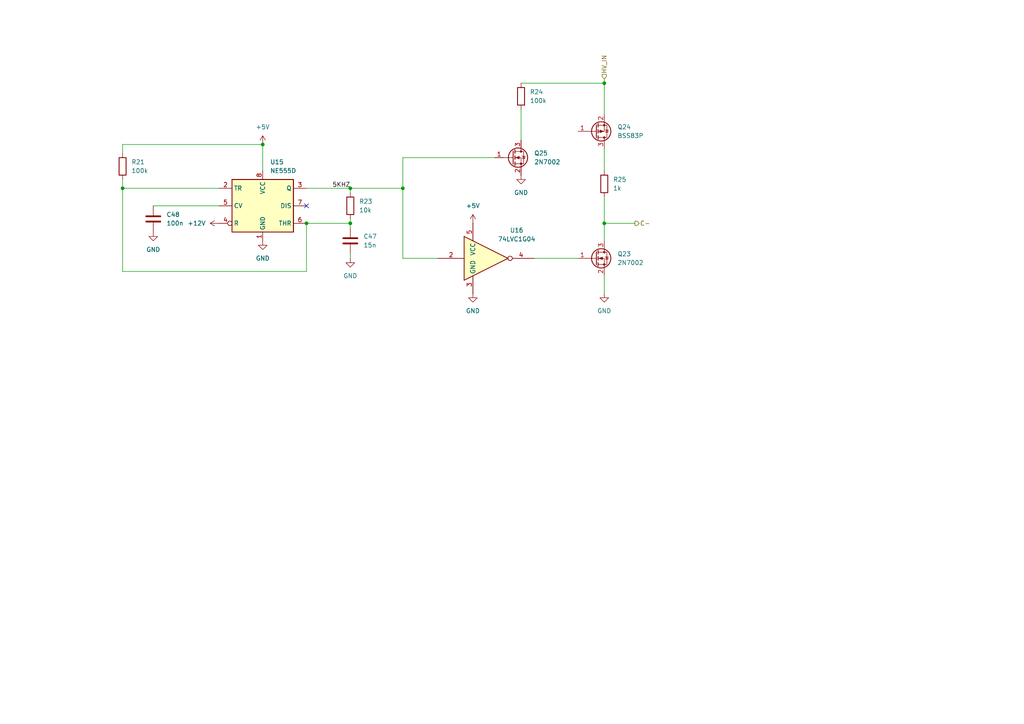
<source format=kicad_sch>
(kicad_sch (version 20250114) (generator "eeschema") (generator_version "9.0")
  (paper "A4")
  (lib_symbols
    (symbol "74xGxx:74LVC1G04"
      (property "Reference" "U" (at 0 7.62 0))
      (property "Value" "74LVC1G04" (at 5.08 -7.62 0))
      (symbol "74LVC1G04_0_1"
        (polyline (pts (xy -7.62 6.35) (xy -7.62 -6.35) (xy 5.08 0) (xy -7.62 6.35)) (stroke (width 0.254)) (fill (type background)))
      )
      (symbol "74LVC1G04_1_1"
        (pin input line (at -15.24 0 0) (length 7.62) (name "~") (number "2"))
        (pin power_in line (at -5.08 10.16 270) (length 5.08) (name "VCC") (number "5"))
        (pin power_in line (at -5.08 -10.16 90) (length 5.08) (name "GND") (number "3"))
        (pin output inverted (at 12.7 0 180) (length 7.62) (name "~") (number "4"))
      )
    )
    (symbol "Device:C" (pin_numbers (hide yes)) (pin_names (offset 0.254))
      (property "Reference" "C" (at 0.635 2.54 0))
      (property "Value" "C" (at 0.635 -2.54 0))
      (symbol "C_0_1"
        (polyline (pts (xy -2.032 0.762) (xy 2.032 0.762)) (stroke (width 0.508)))
        (polyline (pts (xy -2.032 -0.762) (xy 2.032 -0.762)) (stroke (width 0.508)))
      )
      (symbol "C_1_1"
        (pin passive line (at 0 3.81 270) (length 2.794) (name "~") (number "1"))
        (pin passive line (at 0 -3.81 90) (length 2.794) (name "~") (number "2"))
      )
    )
    (symbol "Device:R" (pin_numbers (hide yes)) (pin_names (offset 0))
      (property "Reference" "R" (at 2.032 0 90))
      (property "Value" "R" (at 0 0 90))
      (symbol "R_0_1"
        (rectangle (start -1.016 -2.54) (end 1.016 2.54) (stroke (width 0.254)))
      )
      (symbol "R_1_1"
        (pin passive line (at 0 3.81 270) (length 1.27) (name "~") (number "1"))
        (pin passive line (at 0 -3.81 90) (length 1.27) (name "~") (number "2"))
      )
    )
    (symbol "Timer:NE555D"
      (property "Reference" "U" (at -10.16 8.89 0))
      (property "Value" "NE555D" (at 2.54 8.89 0))
      (symbol "NE555D_0_0"
        (pin power_in line (at 0 10.16 270) (length 2.54) (name "VCC") (number "8"))
        (pin power_in line (at 0 -10.16 90) (length 2.54) (name "GND") (number "1"))
      )
      (symbol "NE555D_0_1"
        (rectangle (start -8.89 -7.62) (end 8.89 7.62) (stroke (width 0.254)) (fill (type background)))
        (rectangle (start -8.89 -7.62) (end 8.89 7.62) (stroke (width 0.254)) (fill (type background)))
      )
      (symbol "NE555D_1_1"
        (pin input line (at -12.7 5.08 0) (length 3.81) (name "TR") (number "2"))
        (pin input line (at -12.7 0 0) (length 3.81) (name "CV") (number "5"))
        (pin input inverted (at -12.7 -5.08 0) (length 3.81) (name "R") (number "4"))
        (pin output line (at 12.7 5.08 180) (length 3.81) (name "Q") (number "3"))
        (pin input line (at 12.7 0 180) (length 3.81) (name "DIS") (number "7"))
        (pin input line (at 12.7 -5.08 180) (length 3.81) (name "THR") (number "6"))
      )
    )
    (symbol "Transistor_FET:2N7002" (pin_names (hide yes))
      (property "Reference" "Q" (at 5.08 1.905 0))
      (property "Value" "2N7002" (at 5.08 0 0))
      (symbol "2N7002_0_1"
        (polyline (pts (xy 0.254 1.905) (xy 0.254 -1.905)) (stroke (width 0.254)))
        (polyline (pts (xy 0.254 0) (xy -2.54 0)))
        (polyline (pts (xy 0.762 2.286) (xy 0.762 1.27)) (stroke (width 0.254)))
        (polyline (pts (xy 0.762 0.508) (xy 0.762 -0.508)) (stroke (width 0.254)))
        (polyline (pts (xy 0.762 -1.27) (xy 0.762 -2.286)) (stroke (width 0.254)))
        (polyline (pts (xy 0.762 -1.778) (xy 3.302 -1.778) (xy 3.302 1.778) (xy 0.762 1.778)))
        (polyline (pts (xy 1.016 0) (xy 2.032 0.381) (xy 2.032 -0.381) (xy 1.016 0)) (fill (type outline)))
        (circle (center 1.651 0) (radius 2.794) (stroke (width 0.254)))
        (polyline (pts (xy 2.54 2.54) (xy 2.54 1.778)))
        (circle (center 2.54 1.778) (radius 0.254) (fill (type outline)))
        (circle (center 2.54 -1.778) (radius 0.254) (fill (type outline)))
        (polyline (pts (xy 2.54 -2.54) (xy 2.54 0) (xy 0.762 0)))
        (polyline (pts (xy 2.794 0.508) (xy 2.921 0.381) (xy 3.683 0.381) (xy 3.81 0.254)))
        (polyline (pts (xy 3.302 0.381) (xy 2.921 -0.254) (xy 3.683 -0.254) (xy 3.302 0.381)))
      )
      (symbol "2N7002_1_1"
        (pin input line (at -5.08 0 0) (length 2.54) (name "G") (number "1"))
        (pin passive line (at 2.54 5.08 270) (length 2.54) (name "D") (number "3"))
        (pin passive line (at 2.54 -5.08 90) (length 2.54) (name "S") (number "2"))
      )
    )
    (symbol "Transistor_FET:BSS83P" (pin_names (hide yes))
      (property "Reference" "Q" (at 5.08 1.905 0))
      (property "Value" "BSS83P" (at 5.08 0 0))
      (symbol "BSS83P_0_1"
        (polyline (pts (xy 0.254 1.905) (xy 0.254 -1.905)) (stroke (width 0.254)))
        (polyline (pts (xy 0.254 0) (xy -2.54 0)))
        (polyline (pts (xy 0.762 2.286) (xy 0.762 1.27)) (stroke (width 0.254)))
        (polyline (pts (xy 0.762 1.778) (xy 3.302 1.778) (xy 3.302 -1.778) (xy 0.762 -1.778)))
        (polyline (pts (xy 0.762 0.508) (xy 0.762 -0.508)) (stroke (width 0.254)))
        (polyline (pts (xy 0.762 -1.27) (xy 0.762 -2.286)) (stroke (width 0.254)))
        (circle (center 1.651 0) (radius 2.794) (stroke (width 0.254)))
        (polyline (pts (xy 2.286 0) (xy 1.27 0.381) (xy 1.27 -0.381) (xy 2.286 0)) (fill (type outline)))
        (polyline (pts (xy 2.54 2.54) (xy 2.54 1.778)))
        (circle (center 2.54 1.778) (radius 0.254) (fill (type outline)))
        (circle (center 2.54 -1.778) (radius 0.254) (fill (type outline)))
        (polyline (pts (xy 2.54 -2.54) (xy 2.54 0) (xy 0.762 0)))
        (polyline (pts (xy 2.794 -0.508) (xy 2.921 -0.381) (xy 3.683 -0.381) (xy 3.81 -0.254)))
        (polyline (pts (xy 3.302 -0.381) (xy 2.921 0.254) (xy 3.683 0.254) (xy 3.302 -0.381)))
      )
      (symbol "BSS83P_1_1"
        (pin input line (at -5.08 0 0) (length 2.54) (name "G") (number "1"))
        (pin passive line (at 2.54 5.08 270) (length 2.54) (name "D") (number "3"))
        (pin passive line (at 2.54 -5.08 90) (length 2.54) (name "S") (number "2"))
      )
    )
    (symbol "power:+12V" (power) (pin_numbers (hide yes)) (pin_names (offset 0) (hide yes))
      (property "Value" "+12V" (at 0 3.556 0))
      (symbol "+12V_0_1"
        (polyline (pts (xy -0.762 1.27) (xy 0 2.54)))
        (polyline (pts (xy 0 2.54) (xy 0.762 1.27)))
        (polyline (pts (xy 0 0) (xy 0 2.54)))
      )
      (symbol "+12V_1_1"
        (pin power_in line (at 0 0 90) (length 0) (name "~") (number "1"))
      )
    )
    (symbol "power:+5V" (power) (pin_numbers (hide yes)) (pin_names (offset 0) (hide yes))
      (property "Value" "+5V" (at 0 3.556 0))
      (symbol "+5V_0_1"
        (polyline (pts (xy -0.762 1.27) (xy 0 2.54)))
        (polyline (pts (xy 0 2.54) (xy 0.762 1.27)))
        (polyline (pts (xy 0 0) (xy 0 2.54)))
      )
      (symbol "+5V_1_1"
        (pin power_in line (at 0 0 90) (length 0) (name "~") (number "1"))
      )
    )
    (symbol "power:GND" (power) (pin_numbers (hide yes)) (pin_names (offset 0) (hide yes))
      (property "Value" "GND" (at 0 -3.81 0))
      (symbol "GND_0_1"
        (polyline (pts (xy 0 0) (xy 0 -1.27) (xy 1.27 -1.27) (xy 0 -2.54) (xy -1.27 -1.27) (xy 0 -1.27)))
      )
      (symbol "GND_1_1"
        (pin power_in line (at 0 0 270) (length 0) (name "~") (number "1"))
      )
    )
  )
  (junction (at 101.6 64.77))
  (junction (at 88.9 64.77))
  (junction (at 116.84 54.61))
  (junction (at 175.26 24.13))
  (junction (at 35.56 54.61))
  (junction (at 101.6 54.61))
  (junction (at 175.26 64.77))
  (junction (at 76.2 41.91))
  (no_connect (at 88.9 59.69))
  (wire (pts (xy 154.94 74.93) (xy 167.64 74.93)))
  (wire (pts (xy 35.56 54.61) (xy 35.56 78.74)))
  (wire (pts (xy 101.6 54.61) (xy 101.6 55.88)))
  (wire (pts (xy 175.26 43.18) (xy 175.26 49.53)))
  (wire (pts (xy 76.2 41.91) (xy 76.2 49.53)))
  (wire (pts (xy 88.9 54.61) (xy 101.6 54.61)))
  (wire (pts (xy 175.26 64.77) (xy 175.26 69.85)))
  (wire (pts (xy 35.56 44.45) (xy 35.56 41.91)))
  (wire (pts (xy 116.84 45.72) (xy 116.84 54.61)))
  (wire (pts (xy 175.26 57.15) (xy 175.26 64.77)))
  (wire (pts (xy 101.6 63.5) (xy 101.6 64.77)))
  (wire (pts (xy 151.13 31.75) (xy 151.13 40.64)))
  (wire (pts (xy 101.6 54.61) (xy 116.84 54.61)))
  (wire (pts (xy 116.84 74.93) (xy 127 74.93)))
  (wire (pts (xy 175.26 64.77) (xy 184.15 64.77)))
  (wire (pts (xy 175.26 22.86) (xy 175.26 24.13)))
  (wire (pts (xy 116.84 54.61) (xy 116.84 74.93)))
  (wire (pts (xy 35.56 78.74) (xy 88.9 78.74)))
  (wire (pts (xy 151.13 24.13) (xy 175.26 24.13)))
  (wire (pts (xy 35.56 54.61) (xy 63.5 54.61)))
  (wire (pts (xy 101.6 64.77) (xy 101.6 66.04)))
  (wire (pts (xy 116.84 45.72) (xy 143.51 45.72)))
  (wire (pts (xy 101.6 64.77) (xy 88.9 64.77)))
  (wire (pts (xy 44.45 59.69) (xy 63.5 59.69)))
  (wire (pts (xy 35.56 41.91) (xy 76.2 41.91)))
  (wire (pts (xy 88.9 78.74) (xy 88.9 64.77)))
  (wire (pts (xy 175.26 24.13) (xy 175.26 33.02)))
  (wire (pts (xy 175.26 85.09) (xy 175.26 80.01)))
  (wire (pts (xy 101.6 73.66) (xy 101.6 74.93)))
  (wire (pts (xy 35.56 52.07) (xy 35.56 54.61)))
  (label "5KHZ" (at 101.6 54.61 180))
  (hierarchical_label "HV_IN" (shape input) (at 175.26 22.86 90))
  (hierarchical_label "C-" (shape output) (at 184.15 64.77 0))
  (symbol (lib_id "power:GND") (at 44.45 67.31 0) (unit 1)
    (property "Reference" "#PWR091" (effects (hide yes)))
    (property "Value" "GND" (at 44.45 72.39 0))
    (property "Description" "Power symbol creates a global label with name \"GND\" , ground" (effects (hide yes)))
  )
  (symbol (lib_id "74xGxx:74LVC1G04") (at 142.24 74.93 0) (unit 1)
    (property "Reference" "U16" (at 149.86 66.802 0))
    (property "Value" "74LVC1G04" (at 149.86 69.342 0))
    (property "Footprint" "Package_TO_SOT_SMD:SOT-353_SC-70-5" (effects (hide yes)))
    (property "Datasheet" "https://www.ti.com/lit/ds/symlink/sn74lvc1g04.pdf" (effects (hide yes)))
    (property "Description" "Single NOT Gate, Low-Voltage CMOS" (effects (hide yes)))
  )
  (symbol (lib_id "Transistor_FET:2N7002") (at 172.72 74.93 0) (unit 1)
    (property "Reference" "Q23" (at 179.07 73.6599 0) (effects (justify left)))
    (property "Value" "2N7002" (at 179.07 76.1999 0) (effects (justify left)))
    (property "Footprint" "Package_TO_SOT_SMD:SOT-23" (effects (hide yes)))
    (property "Datasheet" "https://www.onsemi.com/pub/Collateral/NDS7002A-D.PDF" (effects (hide yes)))
    (property "Description" "0.115A Id, 60V Vds, N-Channel MOSFET, SOT-23" (effects (hide yes)))
  )
  (symbol (lib_id "power:GND") (at 137.16 85.09 0) (unit 1)
    (property "Reference" "#PWR095" (effects (hide yes)))
    (property "Value" "GND" (at 137.16 90.17 0))
    (property "Description" "Power symbol creates a global label with name \"GND\" , ground" (effects (hide yes)))
  )
  (symbol (lib_id "Device:R") (at 151.13 27.94 0) (unit 1)
    (property "Reference" "R24" (at 153.67 26.6699 0) (effects (justify left)))
    (property "Value" "100k" (at 153.67 29.2099 0) (effects (justify left)))
    (property "Footprint" "Resistor_SMD:R_0603_1608Metric" (effects (hide yes)))
    (property "Description" "Resistor" (effects (hide yes)))
  )
  (symbol (lib_id "Device:R") (at 101.6 59.69 0) (unit 1)
    (property "Reference" "R23" (at 104.14 58.4199 0) (effects (justify left)))
    (property "Value" "10k" (at 104.14 60.9599 0) (effects (justify left)))
    (property "Footprint" "Resistor_SMD:R_0603_1608Metric" (effects (hide yes)))
    (property "Description" "Resistor" (effects (hide yes)))
  )
  (symbol (lib_id "Device:C") (at 44.45 63.5 0) (unit 1)
    (property "Reference" "C48" (at 48.26 62.2299 0) (effects (justify left)))
    (property "Value" "100n" (at 48.26 64.7699 0) (effects (justify left)))
    (property "Footprint" "Capacitor_SMD:C_0603_1608Metric" (effects (hide yes)))
    (property "Description" "Unpolarized capacitor" (effects (hide yes)))
  )
  (symbol (lib_id "Transistor_FET:2N7002") (at 148.59 45.72 0) (unit 1)
    (property "Reference" "Q25" (at 154.94 44.4499 0) (effects (justify left)))
    (property "Value" "2N7002" (at 154.94 46.9899 0) (effects (justify left)))
    (property "Footprint" "Package_TO_SOT_SMD:SOT-23" (effects (hide yes)))
    (property "Datasheet" "https://www.onsemi.com/pub/Collateral/NDS7002A-D.PDF" (effects (hide yes)))
    (property "Description" "0.115A Id, 60V Vds, N-Channel MOSFET, SOT-23" (effects (hide yes)))
  )
  (symbol (lib_id "power:GND") (at 175.26 85.09 0) (unit 1)
    (property "Reference" "#PWR093" (effects (hide yes)))
    (property "Value" "GND" (at 175.26 90.17 0))
    (property "Description" "Power symbol creates a global label with name \"GND\" , ground" (effects (hide yes)))
  )
  (symbol (lib_id "power:+5V") (at 137.16 64.77 0) (unit 1)
    (property "Reference" "#PWR094" (effects (hide yes)))
    (property "Value" "+5V" (at 137.16 59.69 0))
    (property "Description" "Power symbol creates a global label with name \"+5V\"" (effects (hide yes)))
  )
  (symbol (lib_id "power:+12V") (at 63.5 64.77 90) (unit 1)
    (property "Reference" "#PWR090" (effects (hide yes)))
    (property "Value" "+12V" (at 59.69 64.7699 90) (effects (justify left)))
    (property "Description" "Power symbol creates a global label with name \"+12V\"" (effects (hide yes)))
  )
  (symbol (lib_id "power:+5V") (at 76.2 41.91 0) (unit 1)
    (property "Reference" "#PWR088" (effects (hide yes)))
    (property "Value" "+5V" (at 76.2 36.83 0))
    (property "Description" "Power symbol creates a global label with name \"+5V\"" (effects (hide yes)))
  )
  (symbol (lib_id "Transistor_FET:BSS83P") (at 172.72 38.1 0) (mirror x) (unit 1)
    (property "Reference" "Q24" (at 179.07 36.8299 0) (effects (justify left)))
    (property "Value" "BSS83P" (at 179.07 39.3699 0) (effects (justify left)))
    (property "Footprint" "Package_TO_SOT_SMD:SOT-23" (effects (hide yes)))
    (property "Datasheet" "http://www.farnell.com/datasheets/1835997.pdf" (effects (hide yes)))
    (property "Description" "-0.33A Id, -60V Vds, P-Channel MOSFET, SOT-23" (effects (hide yes)))
  )
  (symbol (lib_id "Timer:NE555D") (at 76.2 59.69 0) (unit 1)
    (property "Reference" "U15" (at 78.3433 46.99 0) (effects (justify left)))
    (property "Value" "NE555D" (at 78.3433 49.53 0) (effects (justify left)))
    (property "Footprint" "Package_SO:SOIC-8_3.9x4.9mm_P1.27mm" (effects (hide yes)))
    (property "Datasheet" "http://www.ti.com/lit/ds/symlink/ne555.pdf" (effects (hide yes)))
    (property "Description" "Precision Timers, 555 compatible, SOIC-8" (effects (hide yes)))
  )
  (symbol (lib_id "Device:R") (at 35.56 48.26 0) (unit 1)
    (property "Reference" "R21" (at 38.1 46.9899 0) (effects (justify left)))
    (property "Value" "100k" (at 38.1 49.5299 0) (effects (justify left)))
    (property "Footprint" "Resistor_SMD:R_0603_1608Metric" (effects (hide yes)))
    (property "Description" "Resistor" (effects (hide yes)))
  )
  (symbol (lib_id "Device:C") (at 101.6 69.85 0) (unit 1)
    (property "Reference" "C47" (at 105.41 68.5799 0) (effects (justify left)))
    (property "Value" "15n" (at 105.41 71.1199 0) (effects (justify left)))
    (property "Footprint" "Capacitor_SMD:C_0603_1608Metric" (effects (hide yes)))
    (property "Description" "Unpolarized capacitor" (effects (hide yes)))
  )
  (symbol (lib_id "power:GND") (at 76.2 69.85 0) (unit 1)
    (property "Reference" "#PWR089" (effects (hide yes)))
    (property "Value" "GND" (at 76.2 74.93 0))
    (property "Description" "Power symbol creates a global label with name \"GND\" , ground" (effects (hide yes)))
  )
  (symbol (lib_id "Device:R") (at 175.26 53.34 0) (unit 1)
    (property "Reference" "R25" (at 177.8 52.0699 0) (effects (justify left)))
    (property "Value" "1k" (at 177.8 54.6099 0) (effects (justify left)))
    (property "Footprint" "Resistor_SMD:R_0603_1608Metric" (effects (hide yes)))
    (property "Description" "Resistor" (effects (hide yes)))
  )
  (symbol (lib_id "power:GND") (at 101.6 74.93 0) (unit 1)
    (property "Reference" "#PWR092" (effects (hide yes)))
    (property "Value" "GND" (at 101.6 80.01 0))
    (property "Description" "Power symbol creates a global label with name \"GND\" , ground" (effects (hide yes)))
  )
  (symbol (lib_id "power:GND") (at 151.13 50.8 0) (unit 1)
    (property "Reference" "#PWR096" (effects (hide yes)))
    (property "Value" "GND" (at 151.13 55.88 0))
    (property "Description" "Power symbol creates a global label with name \"GND\" , ground" (effects (hide yes)))
  )
)
</source>
